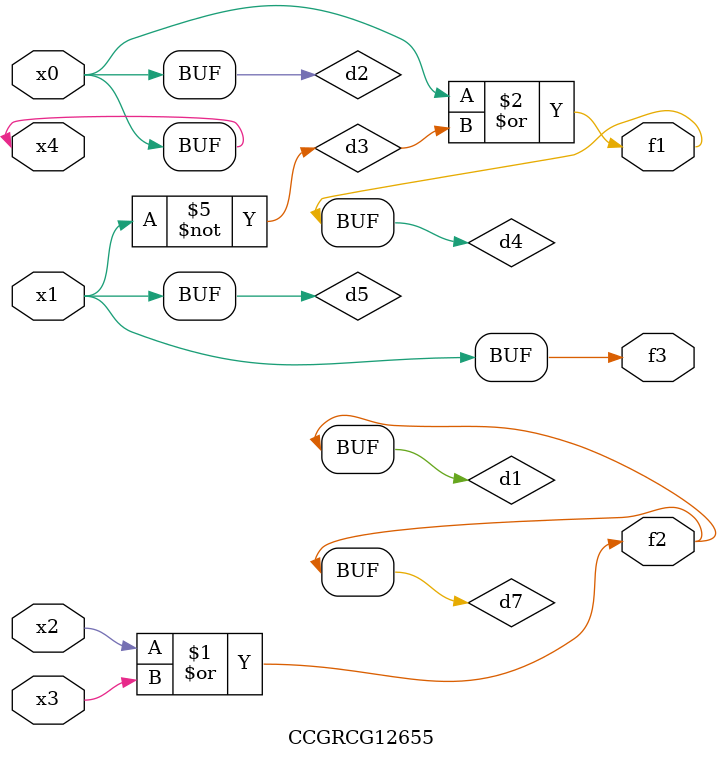
<source format=v>
module CCGRCG12655(
	input x0, x1, x2, x3, x4,
	output f1, f2, f3
);

	wire d1, d2, d3, d4, d5, d6, d7;

	or (d1, x2, x3);
	buf (d2, x0, x4);
	not (d3, x1);
	or (d4, d2, d3);
	not (d5, d3);
	nand (d6, d1, d3);
	or (d7, d1);
	assign f1 = d4;
	assign f2 = d7;
	assign f3 = d5;
endmodule

</source>
